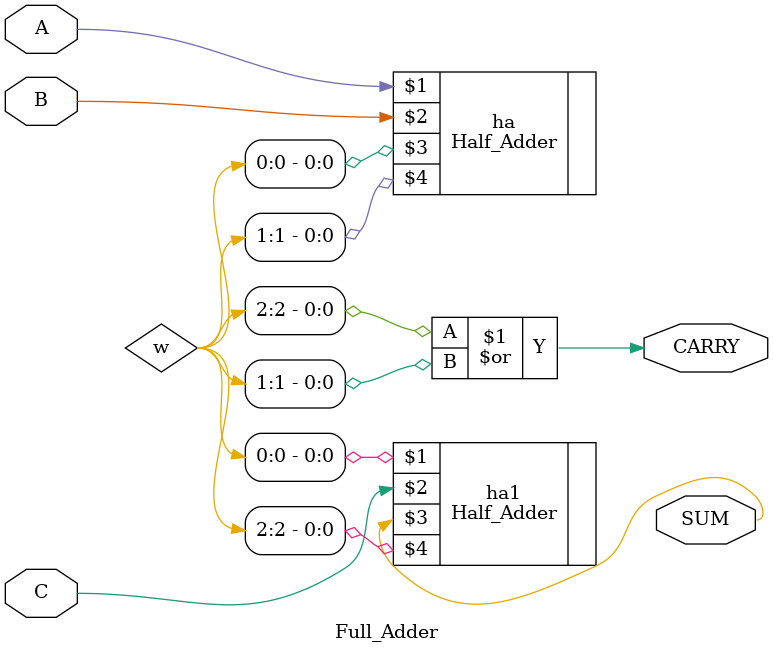
<source format=v>
module Full_Adder(A,B,C,SUM,CARRY);
    input A,B,C;
    output SUM,CARRY;
    wire [2:0]w;
    Half_Adder ha(A,B,w[0],w[1]);
    Half_Adder ha1(w[0],C,SUM,w[2]);
    or o(CARRY,w[2],w[1]);
endmodule


</source>
